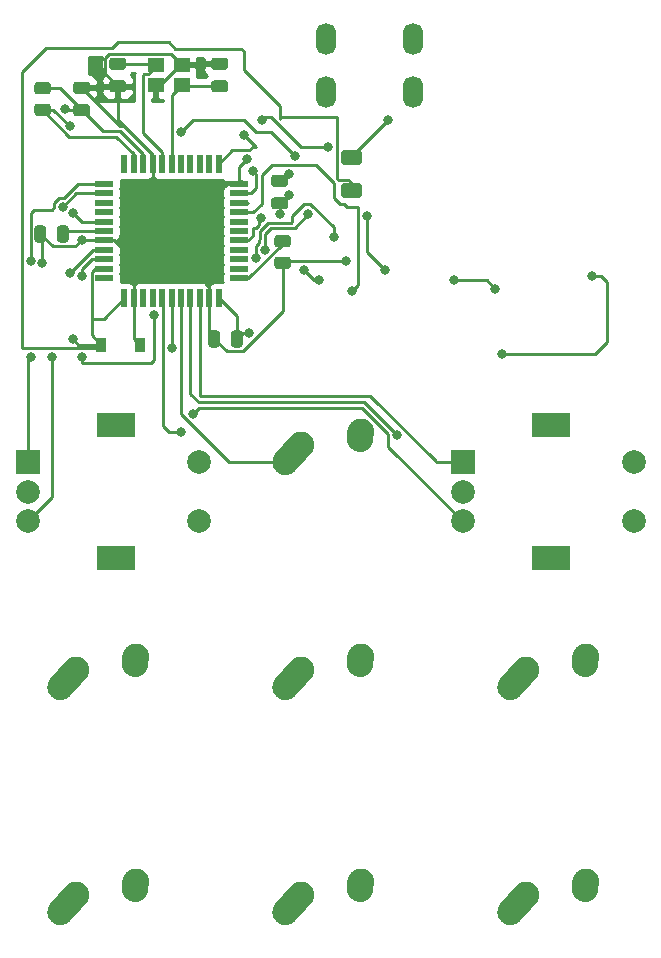
<source format=gbl>
%TF.GenerationSoftware,KiCad,Pcbnew,(5.1.9)-1*%
%TF.CreationDate,2021-04-28T07:42:15+10:00*%
%TF.ProjectId,Productivity Macro,50726f64-7563-4746-9976-697479204d61,rev?*%
%TF.SameCoordinates,Original*%
%TF.FileFunction,Copper,L2,Bot*%
%TF.FilePolarity,Positive*%
%FSLAX46Y46*%
G04 Gerber Fmt 4.6, Leading zero omitted, Abs format (unit mm)*
G04 Created by KiCad (PCBNEW (5.1.9)-1) date 2021-04-28 07:42:15*
%MOMM*%
%LPD*%
G01*
G04 APERTURE LIST*
%TA.AperFunction,ComponentPad*%
%ADD10O,1.700000X2.700000*%
%TD*%
%TA.AperFunction,SMDPad,CuDef*%
%ADD11R,1.400000X1.200000*%
%TD*%
%TA.AperFunction,SMDPad,CuDef*%
%ADD12R,0.550000X1.500000*%
%TD*%
%TA.AperFunction,SMDPad,CuDef*%
%ADD13R,1.500000X0.550000*%
%TD*%
%TA.AperFunction,ComponentPad*%
%ADD14R,2.000000X2.000000*%
%TD*%
%TA.AperFunction,ComponentPad*%
%ADD15C,2.000000*%
%TD*%
%TA.AperFunction,ComponentPad*%
%ADD16R,3.200000X2.000000*%
%TD*%
%TA.AperFunction,ComponentPad*%
%ADD17C,2.250000*%
%TD*%
%TA.AperFunction,SMDPad,CuDef*%
%ADD18R,0.900000X1.200000*%
%TD*%
%TA.AperFunction,ViaPad*%
%ADD19C,0.800000*%
%TD*%
%TA.AperFunction,Conductor*%
%ADD20C,0.250000*%
%TD*%
%TA.AperFunction,Conductor*%
%ADD21C,0.254000*%
%TD*%
%TA.AperFunction,Conductor*%
%ADD22C,0.100000*%
%TD*%
G04 APERTURE END LIST*
D10*
%TO.P,USB1,6*%
%TO.N,GND*%
X228440000Y-47498000D03*
X221140000Y-47498000D03*
X221140000Y-51998000D03*
X228440000Y-51998000D03*
%TD*%
D11*
%TO.P,Y1,4*%
%TO.N,GND*%
X208872000Y-49696000D03*
%TO.P,Y1,3*%
%TO.N,Net-(C2-Pad1)*%
X206672000Y-49696000D03*
%TO.P,Y1,2*%
%TO.N,GND*%
X206672000Y-51396000D03*
%TO.P,Y1,1*%
%TO.N,Net-(C1-Pad1)*%
X208872000Y-51396000D03*
%TD*%
D12*
%TO.P,U1,44*%
%TO.N,+5V*%
X204026000Y-69454000D03*
%TO.P,U1,43*%
%TO.N,GND*%
X204826000Y-69454000D03*
%TO.P,U1,42*%
%TO.N,Net-(U1-Pad42)*%
X205626000Y-69454000D03*
%TO.P,U1,41*%
%TO.N,Net-(U1-Pad41)*%
X206426000Y-69454000D03*
%TO.P,U1,40*%
%TO.N,PINB1*%
X207226000Y-69454000D03*
%TO.P,U1,39*%
%TO.N,COL0*%
X208026000Y-69454000D03*
%TO.P,U1,38*%
%TO.N,COL1*%
X208826000Y-69454000D03*
%TO.P,U1,37*%
%TO.N,COL2*%
X209626000Y-69454000D03*
%TO.P,U1,36*%
%TO.N,PINA1*%
X210426000Y-69454000D03*
%TO.P,U1,35*%
%TO.N,GND*%
X211226000Y-69454000D03*
%TO.P,U1,34*%
%TO.N,+5V*%
X212026000Y-69454000D03*
D13*
%TO.P,U1,33*%
%TO.N,Net-(R4-Pad2)*%
X213726000Y-67754000D03*
%TO.P,U1,32*%
%TO.N,Net-(U1-Pad32)*%
X213726000Y-66954000D03*
%TO.P,U1,31*%
%TO.N,Net-(U1-Pad31)*%
X213726000Y-66154000D03*
%TO.P,U1,30*%
%TO.N,Net-(U1-Pad30)*%
X213726000Y-65354000D03*
%TO.P,U1,29*%
%TO.N,ROW1*%
X213726000Y-64554000D03*
%TO.P,U1,28*%
%TO.N,Net-(U1-Pad28)*%
X213726000Y-63754000D03*
%TO.P,U1,27*%
%TO.N,Net-(U1-Pad27)*%
X213726000Y-62954000D03*
%TO.P,U1,26*%
%TO.N,ROW2*%
X213726000Y-62154000D03*
%TO.P,U1,25*%
%TO.N,Net-(U1-Pad25)*%
X213726000Y-61354000D03*
%TO.P,U1,24*%
%TO.N,+5V*%
X213726000Y-60554000D03*
%TO.P,U1,23*%
%TO.N,GND*%
X213726000Y-59754000D03*
D12*
%TO.P,U1,22*%
%TO.N,ROW0*%
X212026000Y-58054000D03*
%TO.P,U1,21*%
%TO.N,Net-(U1-Pad21)*%
X211226000Y-58054000D03*
%TO.P,U1,20*%
%TO.N,Net-(U1-Pad20)*%
X210426000Y-58054000D03*
%TO.P,U1,19*%
%TO.N,Net-(U1-Pad19)*%
X209626000Y-58054000D03*
%TO.P,U1,18*%
%TO.N,Net-(U1-Pad18)*%
X208826000Y-58054000D03*
%TO.P,U1,17*%
%TO.N,Net-(C1-Pad1)*%
X208026000Y-58054000D03*
%TO.P,U1,16*%
%TO.N,Net-(C2-Pad1)*%
X207226000Y-58054000D03*
%TO.P,U1,15*%
%TO.N,GND*%
X206426000Y-58054000D03*
%TO.P,U1,14*%
%TO.N,+5V*%
X205626000Y-58054000D03*
%TO.P,U1,13*%
%TO.N,Net-(R1-Pad2)*%
X204826000Y-58054000D03*
%TO.P,U1,12*%
%TO.N,Net-(U1-Pad12)*%
X204026000Y-58054000D03*
D13*
%TO.P,U1,11*%
%TO.N,PINA*%
X202326000Y-59754000D03*
%TO.P,U1,10*%
%TO.N,PINB*%
X202326000Y-60554000D03*
%TO.P,U1,9*%
%TO.N,Net-(U1-Pad9)*%
X202326000Y-61354000D03*
%TO.P,U1,8*%
%TO.N,Net-(U1-Pad8)*%
X202326000Y-62154000D03*
%TO.P,U1,7*%
%TO.N,+5V*%
X202326000Y-62954000D03*
%TO.P,U1,6*%
%TO.N,Net-(C3-Pad1)*%
X202326000Y-63754000D03*
%TO.P,U1,5*%
%TO.N,GND*%
X202326000Y-64554000D03*
%TO.P,U1,4*%
%TO.N,Net-(R2-Pad1)*%
X202326000Y-65354000D03*
%TO.P,U1,3*%
%TO.N,Net-(R3-Pad1)*%
X202326000Y-66154000D03*
%TO.P,U1,2*%
%TO.N,+5V*%
X202326000Y-66954000D03*
%TO.P,U1,1*%
%TO.N,Net-(U1-Pad1)*%
X202326000Y-67754000D03*
%TD*%
D14*
%TO.P,SW3,A*%
%TO.N,PINA1*%
X232664000Y-83312000D03*
D15*
%TO.P,SW3,C*%
%TO.N,GND*%
X232664000Y-85812000D03*
%TO.P,SW3,B*%
%TO.N,PINB1*%
X232664000Y-88312000D03*
D16*
%TO.P,SW3,MP*%
%TO.N,N/C*%
X240164000Y-80212000D03*
X240164000Y-91412000D03*
D15*
%TO.P,SW3,S2*%
%TO.N,Net-(D2-Pad2)*%
X247164000Y-83312000D03*
%TO.P,SW3,S1*%
%TO.N,COL2*%
X247164000Y-88312000D03*
%TD*%
D14*
%TO.P,SW2,A*%
%TO.N,PINA*%
X195834000Y-83312000D03*
D15*
%TO.P,SW2,C*%
%TO.N,GND*%
X195834000Y-85812000D03*
%TO.P,SW2,B*%
%TO.N,PINB*%
X195834000Y-88312000D03*
D16*
%TO.P,SW2,MP*%
%TO.N,N/C*%
X203334000Y-80212000D03*
X203334000Y-91412000D03*
D15*
%TO.P,SW2,S2*%
%TO.N,Net-(D1-Pad2)*%
X210334000Y-83312000D03*
%TO.P,SW2,S1*%
%TO.N,COL0*%
X210334000Y-88312000D03*
%TD*%
%TO.P,R4,2*%
%TO.N,Net-(R4-Pad2)*%
%TA.AperFunction,SMDPad,CuDef*%
G36*
G01*
X217874001Y-65132000D02*
X216973999Y-65132000D01*
G75*
G02*
X216724000Y-64882001I0J249999D01*
G01*
X216724000Y-64356999D01*
G75*
G02*
X216973999Y-64107000I249999J0D01*
G01*
X217874001Y-64107000D01*
G75*
G02*
X218124000Y-64356999I0J-249999D01*
G01*
X218124000Y-64882001D01*
G75*
G02*
X217874001Y-65132000I-249999J0D01*
G01*
G37*
%TD.AperFunction*%
%TO.P,R4,1*%
%TO.N,GND*%
%TA.AperFunction,SMDPad,CuDef*%
G36*
G01*
X217874001Y-66957000D02*
X216973999Y-66957000D01*
G75*
G02*
X216724000Y-66707001I0J249999D01*
G01*
X216724000Y-66181999D01*
G75*
G02*
X216973999Y-65932000I249999J0D01*
G01*
X217874001Y-65932000D01*
G75*
G02*
X218124000Y-66181999I0J-249999D01*
G01*
X218124000Y-66707001D01*
G75*
G02*
X217874001Y-66957000I-249999J0D01*
G01*
G37*
%TD.AperFunction*%
%TD*%
%TO.P,R1,2*%
%TO.N,Net-(R1-Pad2)*%
%TA.AperFunction,SMDPad,CuDef*%
G36*
G01*
X196653999Y-52978000D02*
X197554001Y-52978000D01*
G75*
G02*
X197804000Y-53227999I0J-249999D01*
G01*
X197804000Y-53753001D01*
G75*
G02*
X197554001Y-54003000I-249999J0D01*
G01*
X196653999Y-54003000D01*
G75*
G02*
X196404000Y-53753001I0J249999D01*
G01*
X196404000Y-53227999D01*
G75*
G02*
X196653999Y-52978000I249999J0D01*
G01*
G37*
%TD.AperFunction*%
%TO.P,R1,1*%
%TO.N,+5V*%
%TA.AperFunction,SMDPad,CuDef*%
G36*
G01*
X196653999Y-51153000D02*
X197554001Y-51153000D01*
G75*
G02*
X197804000Y-51402999I0J-249999D01*
G01*
X197804000Y-51928001D01*
G75*
G02*
X197554001Y-52178000I-249999J0D01*
G01*
X196653999Y-52178000D01*
G75*
G02*
X196404000Y-51928001I0J249999D01*
G01*
X196404000Y-51402999D01*
G75*
G02*
X196653999Y-51153000I249999J0D01*
G01*
G37*
%TD.AperFunction*%
%TD*%
D17*
%TO.P,MX7,1*%
%TO.N,COL2*%
X238038000Y-119952000D03*
%TA.AperFunction,ComponentPad*%
G36*
G01*
X235976688Y-122249350D02*
X235976683Y-122249345D01*
G75*
G02*
X235890655Y-120660683I751317J837345D01*
G01*
X237200657Y-119200683D01*
G75*
G02*
X238789319Y-119114655I837345J-751317D01*
G01*
X238789319Y-119114655D01*
G75*
G02*
X238875347Y-120703317I-751317J-837345D01*
G01*
X237565345Y-122163317D01*
G75*
G02*
X235976683Y-122249345I-837345J751317D01*
G01*
G37*
%TD.AperFunction*%
%TO.P,MX7,2*%
%TO.N,Net-(D9-Pad2)*%
X243078000Y-118872000D03*
%TA.AperFunction,ComponentPad*%
G36*
G01*
X242961483Y-120574395D02*
X242960597Y-120574334D01*
G75*
G02*
X241915666Y-119374597I77403J1122334D01*
G01*
X241955666Y-118794597D01*
G75*
G02*
X243155403Y-117749666I1122334J-77403D01*
G01*
X243155403Y-117749666D01*
G75*
G02*
X244200334Y-118949403I-77403J-1122334D01*
G01*
X244160334Y-119529403D01*
G75*
G02*
X242960597Y-120574334I-1122334J77403D01*
G01*
G37*
%TD.AperFunction*%
%TD*%
%TO.P,MX6,1*%
%TO.N,COL1*%
X218988000Y-119952000D03*
%TA.AperFunction,ComponentPad*%
G36*
G01*
X216926688Y-122249350D02*
X216926683Y-122249345D01*
G75*
G02*
X216840655Y-120660683I751317J837345D01*
G01*
X218150657Y-119200683D01*
G75*
G02*
X219739319Y-119114655I837345J-751317D01*
G01*
X219739319Y-119114655D01*
G75*
G02*
X219825347Y-120703317I-751317J-837345D01*
G01*
X218515345Y-122163317D01*
G75*
G02*
X216926683Y-122249345I-837345J751317D01*
G01*
G37*
%TD.AperFunction*%
%TO.P,MX6,2*%
%TO.N,Net-(D8-Pad2)*%
X224028000Y-118872000D03*
%TA.AperFunction,ComponentPad*%
G36*
G01*
X223911483Y-120574395D02*
X223910597Y-120574334D01*
G75*
G02*
X222865666Y-119374597I77403J1122334D01*
G01*
X222905666Y-118794597D01*
G75*
G02*
X224105403Y-117749666I1122334J-77403D01*
G01*
X224105403Y-117749666D01*
G75*
G02*
X225150334Y-118949403I-77403J-1122334D01*
G01*
X225110334Y-119529403D01*
G75*
G02*
X223910597Y-120574334I-1122334J77403D01*
G01*
G37*
%TD.AperFunction*%
%TD*%
%TO.P,MX5,1*%
%TO.N,COL0*%
X199938000Y-119952000D03*
%TA.AperFunction,ComponentPad*%
G36*
G01*
X197876688Y-122249350D02*
X197876683Y-122249345D01*
G75*
G02*
X197790655Y-120660683I751317J837345D01*
G01*
X199100657Y-119200683D01*
G75*
G02*
X200689319Y-119114655I837345J-751317D01*
G01*
X200689319Y-119114655D01*
G75*
G02*
X200775347Y-120703317I-751317J-837345D01*
G01*
X199465345Y-122163317D01*
G75*
G02*
X197876683Y-122249345I-837345J751317D01*
G01*
G37*
%TD.AperFunction*%
%TO.P,MX5,2*%
%TO.N,Net-(D7-Pad2)*%
X204978000Y-118872000D03*
%TA.AperFunction,ComponentPad*%
G36*
G01*
X204861483Y-120574395D02*
X204860597Y-120574334D01*
G75*
G02*
X203815666Y-119374597I77403J1122334D01*
G01*
X203855666Y-118794597D01*
G75*
G02*
X205055403Y-117749666I1122334J-77403D01*
G01*
X205055403Y-117749666D01*
G75*
G02*
X206100334Y-118949403I-77403J-1122334D01*
G01*
X206060334Y-119529403D01*
G75*
G02*
X204860597Y-120574334I-1122334J77403D01*
G01*
G37*
%TD.AperFunction*%
%TD*%
%TO.P,MX4,1*%
%TO.N,COL2*%
X238038000Y-100902000D03*
%TA.AperFunction,ComponentPad*%
G36*
G01*
X235976688Y-103199350D02*
X235976683Y-103199345D01*
G75*
G02*
X235890655Y-101610683I751317J837345D01*
G01*
X237200657Y-100150683D01*
G75*
G02*
X238789319Y-100064655I837345J-751317D01*
G01*
X238789319Y-100064655D01*
G75*
G02*
X238875347Y-101653317I-751317J-837345D01*
G01*
X237565345Y-103113317D01*
G75*
G02*
X235976683Y-103199345I-837345J751317D01*
G01*
G37*
%TD.AperFunction*%
%TO.P,MX4,2*%
%TO.N,Net-(D6-Pad2)*%
X243078000Y-99822000D03*
%TA.AperFunction,ComponentPad*%
G36*
G01*
X242961483Y-101524395D02*
X242960597Y-101524334D01*
G75*
G02*
X241915666Y-100324597I77403J1122334D01*
G01*
X241955666Y-99744597D01*
G75*
G02*
X243155403Y-98699666I1122334J-77403D01*
G01*
X243155403Y-98699666D01*
G75*
G02*
X244200334Y-99899403I-77403J-1122334D01*
G01*
X244160334Y-100479403D01*
G75*
G02*
X242960597Y-101524334I-1122334J77403D01*
G01*
G37*
%TD.AperFunction*%
%TD*%
%TO.P,MX3,1*%
%TO.N,COL1*%
X218988000Y-100902000D03*
%TA.AperFunction,ComponentPad*%
G36*
G01*
X216926688Y-103199350D02*
X216926683Y-103199345D01*
G75*
G02*
X216840655Y-101610683I751317J837345D01*
G01*
X218150657Y-100150683D01*
G75*
G02*
X219739319Y-100064655I837345J-751317D01*
G01*
X219739319Y-100064655D01*
G75*
G02*
X219825347Y-101653317I-751317J-837345D01*
G01*
X218515345Y-103113317D01*
G75*
G02*
X216926683Y-103199345I-837345J751317D01*
G01*
G37*
%TD.AperFunction*%
%TO.P,MX3,2*%
%TO.N,Net-(D5-Pad2)*%
X224028000Y-99822000D03*
%TA.AperFunction,ComponentPad*%
G36*
G01*
X223911483Y-101524395D02*
X223910597Y-101524334D01*
G75*
G02*
X222865666Y-100324597I77403J1122334D01*
G01*
X222905666Y-99744597D01*
G75*
G02*
X224105403Y-98699666I1122334J-77403D01*
G01*
X224105403Y-98699666D01*
G75*
G02*
X225150334Y-99899403I-77403J-1122334D01*
G01*
X225110334Y-100479403D01*
G75*
G02*
X223910597Y-101524334I-1122334J77403D01*
G01*
G37*
%TD.AperFunction*%
%TD*%
%TO.P,MX2,1*%
%TO.N,COL0*%
X199938000Y-100902000D03*
%TA.AperFunction,ComponentPad*%
G36*
G01*
X197876688Y-103199350D02*
X197876683Y-103199345D01*
G75*
G02*
X197790655Y-101610683I751317J837345D01*
G01*
X199100657Y-100150683D01*
G75*
G02*
X200689319Y-100064655I837345J-751317D01*
G01*
X200689319Y-100064655D01*
G75*
G02*
X200775347Y-101653317I-751317J-837345D01*
G01*
X199465345Y-103113317D01*
G75*
G02*
X197876683Y-103199345I-837345J751317D01*
G01*
G37*
%TD.AperFunction*%
%TO.P,MX2,2*%
%TO.N,Net-(D4-Pad2)*%
X204978000Y-99822000D03*
%TA.AperFunction,ComponentPad*%
G36*
G01*
X204861483Y-101524395D02*
X204860597Y-101524334D01*
G75*
G02*
X203815666Y-100324597I77403J1122334D01*
G01*
X203855666Y-99744597D01*
G75*
G02*
X205055403Y-98699666I1122334J-77403D01*
G01*
X205055403Y-98699666D01*
G75*
G02*
X206100334Y-99899403I-77403J-1122334D01*
G01*
X206060334Y-100479403D01*
G75*
G02*
X204860597Y-101524334I-1122334J77403D01*
G01*
G37*
%TD.AperFunction*%
%TD*%
%TO.P,MX1,1*%
%TO.N,COL1*%
X218988000Y-81852000D03*
%TA.AperFunction,ComponentPad*%
G36*
G01*
X216926688Y-84149350D02*
X216926683Y-84149345D01*
G75*
G02*
X216840655Y-82560683I751317J837345D01*
G01*
X218150657Y-81100683D01*
G75*
G02*
X219739319Y-81014655I837345J-751317D01*
G01*
X219739319Y-81014655D01*
G75*
G02*
X219825347Y-82603317I-751317J-837345D01*
G01*
X218515345Y-84063317D01*
G75*
G02*
X216926683Y-84149345I-837345J751317D01*
G01*
G37*
%TD.AperFunction*%
%TO.P,MX1,2*%
%TO.N,Net-(D3-Pad2)*%
X224028000Y-80772000D03*
%TA.AperFunction,ComponentPad*%
G36*
G01*
X223911483Y-82474395D02*
X223910597Y-82474334D01*
G75*
G02*
X222865666Y-81274597I77403J1122334D01*
G01*
X222905666Y-80694597D01*
G75*
G02*
X224105403Y-79649666I1122334J-77403D01*
G01*
X224105403Y-79649666D01*
G75*
G02*
X225150334Y-80849403I-77403J-1122334D01*
G01*
X225110334Y-81429403D01*
G75*
G02*
X223910597Y-82474334I-1122334J77403D01*
G01*
G37*
%TD.AperFunction*%
%TD*%
%TO.P,F1,2*%
%TO.N,VCC*%
%TA.AperFunction,SMDPad,CuDef*%
G36*
G01*
X223891000Y-58153000D02*
X222641000Y-58153000D01*
G75*
G02*
X222391000Y-57903000I0J250000D01*
G01*
X222391000Y-57153000D01*
G75*
G02*
X222641000Y-56903000I250000J0D01*
G01*
X223891000Y-56903000D01*
G75*
G02*
X224141000Y-57153000I0J-250000D01*
G01*
X224141000Y-57903000D01*
G75*
G02*
X223891000Y-58153000I-250000J0D01*
G01*
G37*
%TD.AperFunction*%
%TO.P,F1,1*%
%TO.N,+5V*%
%TA.AperFunction,SMDPad,CuDef*%
G36*
G01*
X223891000Y-60953000D02*
X222641000Y-60953000D01*
G75*
G02*
X222391000Y-60703000I0J250000D01*
G01*
X222391000Y-59953000D01*
G75*
G02*
X222641000Y-59703000I250000J0D01*
G01*
X223891000Y-59703000D01*
G75*
G02*
X224141000Y-59953000I0J-250000D01*
G01*
X224141000Y-60703000D01*
G75*
G02*
X223891000Y-60953000I-250000J0D01*
G01*
G37*
%TD.AperFunction*%
%TD*%
D18*
%TO.P,C7,2*%
%TO.N,GND*%
X205358000Y-73406000D03*
%TO.P,C7,1*%
%TO.N,+5V*%
X202058000Y-73406000D03*
%TD*%
%TO.P,C6,2*%
%TO.N,GND*%
%TA.AperFunction,SMDPad,CuDef*%
G36*
G01*
X212148000Y-72423000D02*
X212148000Y-73373000D01*
G75*
G02*
X211898000Y-73623000I-250000J0D01*
G01*
X211398000Y-73623000D01*
G75*
G02*
X211148000Y-73373000I0J250000D01*
G01*
X211148000Y-72423000D01*
G75*
G02*
X211398000Y-72173000I250000J0D01*
G01*
X211898000Y-72173000D01*
G75*
G02*
X212148000Y-72423000I0J-250000D01*
G01*
G37*
%TD.AperFunction*%
%TO.P,C6,1*%
%TO.N,+5V*%
%TA.AperFunction,SMDPad,CuDef*%
G36*
G01*
X214048000Y-72423000D02*
X214048000Y-73373000D01*
G75*
G02*
X213798000Y-73623000I-250000J0D01*
G01*
X213298000Y-73623000D01*
G75*
G02*
X213048000Y-73373000I0J250000D01*
G01*
X213048000Y-72423000D01*
G75*
G02*
X213298000Y-72173000I250000J0D01*
G01*
X213798000Y-72173000D01*
G75*
G02*
X214048000Y-72423000I0J-250000D01*
G01*
G37*
%TD.AperFunction*%
%TD*%
%TO.P,C5,2*%
%TO.N,GND*%
%TA.AperFunction,SMDPad,CuDef*%
G36*
G01*
X217645000Y-60002000D02*
X216695000Y-60002000D01*
G75*
G02*
X216445000Y-59752000I0J250000D01*
G01*
X216445000Y-59252000D01*
G75*
G02*
X216695000Y-59002000I250000J0D01*
G01*
X217645000Y-59002000D01*
G75*
G02*
X217895000Y-59252000I0J-250000D01*
G01*
X217895000Y-59752000D01*
G75*
G02*
X217645000Y-60002000I-250000J0D01*
G01*
G37*
%TD.AperFunction*%
%TO.P,C5,1*%
%TO.N,+5V*%
%TA.AperFunction,SMDPad,CuDef*%
G36*
G01*
X217645000Y-61902000D02*
X216695000Y-61902000D01*
G75*
G02*
X216445000Y-61652000I0J250000D01*
G01*
X216445000Y-61152000D01*
G75*
G02*
X216695000Y-60902000I250000J0D01*
G01*
X217645000Y-60902000D01*
G75*
G02*
X217895000Y-61152000I0J-250000D01*
G01*
X217895000Y-61652000D01*
G75*
G02*
X217645000Y-61902000I-250000J0D01*
G01*
G37*
%TD.AperFunction*%
%TD*%
%TO.P,C4,2*%
%TO.N,GND*%
%TA.AperFunction,SMDPad,CuDef*%
G36*
G01*
X200881000Y-52128000D02*
X199931000Y-52128000D01*
G75*
G02*
X199681000Y-51878000I0J250000D01*
G01*
X199681000Y-51378000D01*
G75*
G02*
X199931000Y-51128000I250000J0D01*
G01*
X200881000Y-51128000D01*
G75*
G02*
X201131000Y-51378000I0J-250000D01*
G01*
X201131000Y-51878000D01*
G75*
G02*
X200881000Y-52128000I-250000J0D01*
G01*
G37*
%TD.AperFunction*%
%TO.P,C4,1*%
%TO.N,+5V*%
%TA.AperFunction,SMDPad,CuDef*%
G36*
G01*
X200881000Y-54028000D02*
X199931000Y-54028000D01*
G75*
G02*
X199681000Y-53778000I0J250000D01*
G01*
X199681000Y-53278000D01*
G75*
G02*
X199931000Y-53028000I250000J0D01*
G01*
X200881000Y-53028000D01*
G75*
G02*
X201131000Y-53278000I0J-250000D01*
G01*
X201131000Y-53778000D01*
G75*
G02*
X200881000Y-54028000I-250000J0D01*
G01*
G37*
%TD.AperFunction*%
%TD*%
%TO.P,C3,2*%
%TO.N,GND*%
%TA.AperFunction,SMDPad,CuDef*%
G36*
G01*
X197416000Y-63533000D02*
X197416000Y-64483000D01*
G75*
G02*
X197166000Y-64733000I-250000J0D01*
G01*
X196666000Y-64733000D01*
G75*
G02*
X196416000Y-64483000I0J250000D01*
G01*
X196416000Y-63533000D01*
G75*
G02*
X196666000Y-63283000I250000J0D01*
G01*
X197166000Y-63283000D01*
G75*
G02*
X197416000Y-63533000I0J-250000D01*
G01*
G37*
%TD.AperFunction*%
%TO.P,C3,1*%
%TO.N,Net-(C3-Pad1)*%
%TA.AperFunction,SMDPad,CuDef*%
G36*
G01*
X199316000Y-63533000D02*
X199316000Y-64483000D01*
G75*
G02*
X199066000Y-64733000I-250000J0D01*
G01*
X198566000Y-64733000D01*
G75*
G02*
X198316000Y-64483000I0J250000D01*
G01*
X198316000Y-63533000D01*
G75*
G02*
X198566000Y-63283000I250000J0D01*
G01*
X199066000Y-63283000D01*
G75*
G02*
X199316000Y-63533000I0J-250000D01*
G01*
G37*
%TD.AperFunction*%
%TD*%
%TO.P,C2,2*%
%TO.N,GND*%
%TA.AperFunction,SMDPad,CuDef*%
G36*
G01*
X202979000Y-50996000D02*
X203929000Y-50996000D01*
G75*
G02*
X204179000Y-51246000I0J-250000D01*
G01*
X204179000Y-51746000D01*
G75*
G02*
X203929000Y-51996000I-250000J0D01*
G01*
X202979000Y-51996000D01*
G75*
G02*
X202729000Y-51746000I0J250000D01*
G01*
X202729000Y-51246000D01*
G75*
G02*
X202979000Y-50996000I250000J0D01*
G01*
G37*
%TD.AperFunction*%
%TO.P,C2,1*%
%TO.N,Net-(C2-Pad1)*%
%TA.AperFunction,SMDPad,CuDef*%
G36*
G01*
X202979000Y-49096000D02*
X203929000Y-49096000D01*
G75*
G02*
X204179000Y-49346000I0J-250000D01*
G01*
X204179000Y-49846000D01*
G75*
G02*
X203929000Y-50096000I-250000J0D01*
G01*
X202979000Y-50096000D01*
G75*
G02*
X202729000Y-49846000I0J250000D01*
G01*
X202729000Y-49346000D01*
G75*
G02*
X202979000Y-49096000I250000J0D01*
G01*
G37*
%TD.AperFunction*%
%TD*%
%TO.P,C1,2*%
%TO.N,GND*%
%TA.AperFunction,SMDPad,CuDef*%
G36*
G01*
X212565000Y-50096000D02*
X211615000Y-50096000D01*
G75*
G02*
X211365000Y-49846000I0J250000D01*
G01*
X211365000Y-49346000D01*
G75*
G02*
X211615000Y-49096000I250000J0D01*
G01*
X212565000Y-49096000D01*
G75*
G02*
X212815000Y-49346000I0J-250000D01*
G01*
X212815000Y-49846000D01*
G75*
G02*
X212565000Y-50096000I-250000J0D01*
G01*
G37*
%TD.AperFunction*%
%TO.P,C1,1*%
%TO.N,Net-(C1-Pad1)*%
%TA.AperFunction,SMDPad,CuDef*%
G36*
G01*
X212565000Y-51996000D02*
X211615000Y-51996000D01*
G75*
G02*
X211365000Y-51746000I0J250000D01*
G01*
X211365000Y-51246000D01*
G75*
G02*
X211615000Y-50996000I250000J0D01*
G01*
X212565000Y-50996000D01*
G75*
G02*
X212815000Y-51246000I0J-250000D01*
G01*
X212815000Y-51746000D01*
G75*
G02*
X212565000Y-51996000I-250000J0D01*
G01*
G37*
%TD.AperFunction*%
%TD*%
D19*
%TO.N,GND*%
X222758000Y-66294000D03*
X200406000Y-64479000D03*
X214413000Y-57658000D03*
X217969000Y-58891000D03*
X235966000Y-74168000D03*
X243586000Y-67564000D03*
X197072588Y-66468891D03*
%TO.N,+5V*%
X199013653Y-53462347D03*
X199681000Y-62230000D03*
X199681000Y-62230000D03*
X199657847Y-72921153D03*
X217169999Y-62324990D03*
X214599442Y-72359442D03*
X214921000Y-58682953D03*
X217969000Y-60706000D03*
%TO.N,ROW0*%
X231939000Y-67940142D03*
X235422782Y-68652389D03*
X226060000Y-67019000D03*
X224536000Y-62484000D03*
X221234000Y-56642000D03*
X215646000Y-54356000D03*
X214122000Y-55626000D03*
%TO.N,ROW1*%
X220501653Y-67925652D03*
X219202000Y-67019000D03*
X215562993Y-62683292D03*
%TO.N,ROW2*%
X223266000Y-68834000D03*
%TO.N,VCC*%
X226315000Y-54356000D03*
%TO.N,COL0*%
X208026000Y-73660000D03*
%TO.N,COL2*%
X227076000Y-81026000D03*
%TO.N,Net-(R1-Pad2)*%
X218440000Y-57404000D03*
X208788000Y-55372000D03*
X199390000Y-54864000D03*
%TO.N,Net-(R2-Pad1)*%
X221742000Y-64299990D03*
X215138000Y-66040000D03*
X206502000Y-70903000D03*
X200406000Y-74422000D03*
X199390000Y-67310000D03*
%TO.N,Net-(R3-Pad1)*%
X219587653Y-62352347D03*
X215943348Y-65321348D03*
X200406000Y-67564000D03*
%TO.N,PINA*%
X196088000Y-74422000D03*
X196088000Y-66294000D03*
%TO.N,PINB*%
X197884001Y-74385000D03*
X198837120Y-61693465D03*
%TO.N,PINB1*%
X209808653Y-79243347D03*
X208788000Y-80772000D03*
%TD*%
D20*
%TO.N,GND*%
X208972000Y-49596000D02*
X208872000Y-49696000D01*
X212090000Y-49596000D02*
X208972000Y-49596000D01*
X207946990Y-48770990D02*
X208872000Y-49696000D01*
X202403990Y-49107820D02*
X202740820Y-48770990D01*
X202740820Y-48770990D02*
X207946990Y-48770990D01*
X202403990Y-50445990D02*
X202403990Y-49107820D01*
X203454000Y-51496000D02*
X202403990Y-50445990D01*
X207072000Y-51396000D02*
X206672000Y-51396000D01*
X208772000Y-49696000D02*
X207072000Y-51396000D01*
X208872000Y-49696000D02*
X208772000Y-49696000D01*
X206426000Y-57328000D02*
X206426000Y-58054000D01*
X203454000Y-51496000D02*
X203454000Y-54356000D01*
X203642000Y-54864000D02*
X203962000Y-54864000D01*
X200406000Y-51628000D02*
X203642000Y-54864000D01*
X203962000Y-54864000D02*
X206426000Y-57328000D01*
X203454000Y-54356000D02*
X203962000Y-54864000D01*
X213978000Y-59502000D02*
X213726000Y-59754000D01*
X214036180Y-73948010D02*
X212698010Y-73948010D01*
X212698010Y-73948010D02*
X211648000Y-72898000D01*
X217424000Y-70560190D02*
X214036180Y-73948010D01*
X217424000Y-66444500D02*
X217424000Y-70560190D01*
X211226000Y-72476000D02*
X211226000Y-69454000D01*
X211648000Y-72898000D02*
X211226000Y-72476000D01*
X204826000Y-72874000D02*
X204826000Y-69454000D01*
X205358000Y-73406000D02*
X204826000Y-72874000D01*
X201384000Y-64554000D02*
X202326000Y-64554000D01*
X217574500Y-66294000D02*
X217424000Y-66444500D01*
X222758000Y-66294000D02*
X217574500Y-66294000D01*
X201309000Y-64479000D02*
X201384000Y-64554000D01*
X200406000Y-64479000D02*
X201309000Y-64479000D01*
X199826990Y-65058010D02*
X200406000Y-64479000D01*
X197966010Y-65058010D02*
X199826990Y-65058010D01*
X196916000Y-64008000D02*
X197966010Y-65058010D01*
X204826000Y-66243998D02*
X204826000Y-69454000D01*
X203136002Y-64554000D02*
X204826000Y-66243998D01*
X202326000Y-64554000D02*
X203136002Y-64554000D01*
X211226000Y-69454000D02*
X211226000Y-68454000D01*
X211226000Y-68454000D02*
X209015998Y-66243998D01*
X206426000Y-65355996D02*
X207314002Y-66243998D01*
X207314002Y-66243998D02*
X204826000Y-66243998D01*
X209015998Y-66243998D02*
X207314002Y-66243998D01*
X212726000Y-59754000D02*
X212536000Y-59944000D01*
X213726000Y-59754000D02*
X212726000Y-59754000D01*
X206604000Y-59944000D02*
X206426000Y-60122000D01*
X212536000Y-59944000D02*
X206604000Y-59944000D01*
X206426000Y-60122000D02*
X206426000Y-65355996D01*
X206426000Y-58054000D02*
X206426000Y-60122000D01*
X213726000Y-58345000D02*
X214413000Y-57658000D01*
X213726000Y-59754000D02*
X213726000Y-58345000D01*
X217781000Y-58891000D02*
X217170000Y-59502000D01*
X217969000Y-58891000D02*
X217781000Y-58891000D01*
X235966000Y-74168000D02*
X243840000Y-74168000D01*
X243840000Y-74168000D02*
X244856000Y-73152000D01*
X244856000Y-73152000D02*
X244856000Y-68072000D01*
X244348000Y-67564000D02*
X243586000Y-67564000D01*
X244856000Y-68072000D02*
X244348000Y-67564000D01*
X197072588Y-64164588D02*
X196916000Y-64008000D01*
X197072588Y-66468891D02*
X197072588Y-64164588D01*
%TO.N,Net-(C1-Pad1)*%
X208972000Y-51496000D02*
X208872000Y-51396000D01*
X212090000Y-51496000D02*
X208972000Y-51496000D01*
X208026000Y-52242000D02*
X208026000Y-58054000D01*
X208872000Y-51396000D02*
X208026000Y-52242000D01*
%TO.N,Net-(C2-Pad1)*%
X206572000Y-49596000D02*
X206672000Y-49696000D01*
X203454000Y-49596000D02*
X206572000Y-49596000D01*
X205646999Y-55474999D02*
X207226000Y-57054000D01*
X205646999Y-50535999D02*
X205646999Y-55474999D01*
X205711999Y-50470999D02*
X205646999Y-50535999D01*
X206069001Y-50470999D02*
X205711999Y-50470999D01*
X206672000Y-49868000D02*
X206069001Y-50470999D01*
X207226000Y-57054000D02*
X207226000Y-58054000D01*
X206672000Y-49696000D02*
X206672000Y-49868000D01*
%TO.N,Net-(C3-Pad1)*%
X199070000Y-63754000D02*
X202326000Y-63754000D01*
X198816000Y-64008000D02*
X199070000Y-63754000D01*
%TO.N,+5V*%
X198543500Y-51665500D02*
X200406000Y-53528000D01*
X197104000Y-51665500D02*
X198543500Y-51665500D01*
X205626000Y-57243998D02*
X205626000Y-58054000D01*
X203696012Y-55314010D02*
X205626000Y-57243998D01*
X202192010Y-55314010D02*
X203696012Y-55314010D01*
X200406000Y-53528000D02*
X202192010Y-55314010D01*
X213548000Y-70976000D02*
X212026000Y-69454000D01*
X213548000Y-72898000D02*
X213548000Y-70976000D01*
X201515998Y-66954000D02*
X202326000Y-66954000D01*
X201250999Y-67218999D02*
X201515998Y-66954000D01*
X202058000Y-73406000D02*
X201250999Y-72598999D01*
X202277001Y-71202999D02*
X204026000Y-69454000D01*
X201250999Y-71202999D02*
X202277001Y-71202999D01*
X201250999Y-72598999D02*
X201250999Y-71202999D01*
X201250999Y-71202999D02*
X201250999Y-67218999D01*
X199079306Y-53528000D02*
X199013653Y-53462347D01*
X200406000Y-53528000D02*
X199079306Y-53528000D01*
X200405000Y-62954000D02*
X202326000Y-62954000D01*
X199681000Y-62230000D02*
X200405000Y-62954000D01*
X200142694Y-73406000D02*
X202058000Y-73406000D01*
X199657847Y-72921153D02*
X200142694Y-73406000D01*
X217169999Y-61402001D02*
X217170000Y-61402000D01*
X217169999Y-62324990D02*
X217169999Y-61402001D01*
X214086558Y-72359442D02*
X213548000Y-72898000D01*
X214599442Y-72359442D02*
X214086558Y-72359442D01*
X195326000Y-73660000D02*
X201804000Y-73660000D01*
X203454000Y-47752000D02*
X202946000Y-48260000D01*
X207772000Y-47752000D02*
X203454000Y-47752000D01*
X223266000Y-60328000D02*
X223266000Y-59703000D01*
X213928980Y-48320980D02*
X208340980Y-48320980D01*
X195326000Y-50292000D02*
X195326000Y-73660000D01*
X223266000Y-59703000D02*
X222999000Y-59436000D01*
X201804000Y-73660000D02*
X202058000Y-73406000D01*
X197358000Y-48260000D02*
X195326000Y-50292000D01*
X202946000Y-48260000D02*
X197358000Y-48260000D01*
X217300000Y-54102000D02*
X217170000Y-54232000D01*
X208340980Y-48320980D02*
X207772000Y-47752000D01*
X222999000Y-59436000D02*
X222124410Y-59436000D01*
X222124410Y-59436000D02*
X221996000Y-59307590D01*
X221996000Y-54102000D02*
X217300000Y-54102000D01*
X217170000Y-54232000D02*
X217170000Y-53137810D01*
X217170000Y-53137810D02*
X214122000Y-50089810D01*
X214122000Y-50089810D02*
X214122000Y-48514000D01*
X221996000Y-59307590D02*
X221996000Y-54102000D01*
X214122000Y-48514000D02*
X213928980Y-48320980D01*
X214726000Y-60554000D02*
X214801001Y-60478999D01*
X213726000Y-60554000D02*
X214726000Y-60554000D01*
X215138001Y-60141999D02*
X215138001Y-58899954D01*
X215138001Y-58899954D02*
X214921000Y-58682953D01*
X214801001Y-60478999D02*
X215138001Y-60141999D01*
X217866000Y-60706000D02*
X217170000Y-61402000D01*
X217969000Y-60706000D02*
X217866000Y-60706000D01*
%TO.N,ROW0*%
X234710535Y-67940142D02*
X235422782Y-68652389D01*
X231939000Y-67940142D02*
X234710535Y-67940142D01*
X224536000Y-65495000D02*
X224536000Y-62484000D01*
X226060000Y-67019000D02*
X224536000Y-65495000D01*
X218943590Y-56642000D02*
X216403590Y-54102000D01*
X221234000Y-56642000D02*
X218943590Y-56642000D01*
X215900000Y-54102000D02*
X215646000Y-54356000D01*
X216403590Y-54102000D02*
X215900000Y-54102000D01*
X214122000Y-55626000D02*
X215138000Y-56642000D01*
X213147001Y-56932999D02*
X212026000Y-58054000D01*
X214593001Y-56932999D02*
X213147001Y-56932999D01*
X214884000Y-56642000D02*
X214593001Y-56932999D01*
X215138000Y-56642000D02*
X214884000Y-56642000D01*
%TO.N,ROW1*%
X220108652Y-67925652D02*
X219202000Y-67019000D01*
X220501653Y-67925652D02*
X220108652Y-67925652D01*
X215392000Y-62854285D02*
X215392000Y-63243180D01*
X215562993Y-62683292D02*
X215392000Y-62854285D01*
X215392000Y-63243180D02*
X215136590Y-63498590D01*
X214536002Y-64554000D02*
X213726000Y-64554000D01*
X215136590Y-63498590D02*
X214885410Y-63498590D01*
X214885410Y-64204592D02*
X214536002Y-64554000D01*
X214885410Y-63498590D02*
X214885410Y-64204592D01*
%TO.N,ROW2*%
X222846810Y-61722000D02*
X223774000Y-61722000D01*
X223774000Y-68326000D02*
X223266000Y-68834000D01*
X221742000Y-59690000D02*
X221742000Y-60960000D01*
X222592810Y-61468000D02*
X222846810Y-61722000D01*
X220218000Y-58166000D02*
X221742000Y-59690000D01*
X216511000Y-58166000D02*
X220218000Y-58166000D01*
X215646000Y-59031000D02*
X216511000Y-58166000D01*
X223774000Y-61722000D02*
X223774000Y-68326000D01*
X215646000Y-61468000D02*
X215646000Y-59031000D01*
X222250000Y-61468000D02*
X222592810Y-61468000D01*
X221742000Y-60960000D02*
X222250000Y-61468000D01*
X214960000Y-62154000D02*
X215646000Y-61468000D01*
X213726000Y-62154000D02*
X214960000Y-62154000D01*
%TO.N,VCC*%
X223266000Y-57405000D02*
X226315000Y-54356000D01*
X223266000Y-57528000D02*
X223266000Y-57405000D01*
%TO.N,COL1*%
X217678000Y-83312000D02*
X212852000Y-83312000D01*
X208826000Y-79286000D02*
X208826000Y-69454000D01*
X212852000Y-83312000D02*
X208826000Y-79286000D01*
%TO.N,COL0*%
X208026000Y-73660000D02*
X208026000Y-69454000D01*
%TO.N,COL2*%
X227076000Y-81026000D02*
X224282000Y-78232000D01*
X224282000Y-78232000D02*
X210312000Y-78232000D01*
X209626000Y-77546000D02*
X209626000Y-69454000D01*
X210312000Y-78232000D02*
X209626000Y-77546000D01*
%TO.N,Net-(R1-Pad2)*%
X204826000Y-57243998D02*
X204826000Y-58054000D01*
X203346022Y-55764020D02*
X204826000Y-57243998D01*
X199377520Y-55764020D02*
X203346022Y-55764020D01*
X197104000Y-53490500D02*
X199377520Y-55764020D01*
X218440000Y-57404000D02*
X216408000Y-55372000D01*
X198016500Y-53490500D02*
X197104000Y-53490500D01*
X199390000Y-54864000D02*
X198016500Y-53490500D01*
X208788000Y-55372000D02*
X209804000Y-54356000D01*
X209804000Y-54356000D02*
X214122000Y-54356000D01*
X215138000Y-55372000D02*
X216408000Y-55372000D01*
X214122000Y-54356000D02*
X215138000Y-55372000D01*
%TO.N,Net-(R2-Pad1)*%
X206502000Y-70903000D02*
X206502000Y-74676000D01*
X206502000Y-74676000D02*
X206248000Y-74930000D01*
X206248000Y-74930000D02*
X200406000Y-74930000D01*
X200406000Y-74930000D02*
X200406000Y-74422000D01*
X201346000Y-65354000D02*
X202326000Y-65354000D01*
X199390000Y-67310000D02*
X201346000Y-65354000D01*
X219776308Y-61468000D02*
X221742000Y-63433692D01*
X218186000Y-62992000D02*
X218186000Y-62484000D01*
X218128010Y-63049990D02*
X218186000Y-62992000D01*
X221742000Y-63433692D02*
X221742000Y-64299990D01*
X218186000Y-62484000D02*
X219202000Y-61468000D01*
X215493339Y-63778251D02*
X216221599Y-63049991D01*
X215493338Y-64414662D02*
X215493339Y-63778251D01*
X215392000Y-64516000D02*
X215493338Y-64414662D01*
X216221599Y-63049991D02*
X218128010Y-63049990D01*
X215392000Y-64799694D02*
X215392000Y-64516000D01*
X215138000Y-65053694D02*
X215392000Y-64799694D01*
X219202000Y-61468000D02*
X219776308Y-61468000D01*
X215138000Y-66040000D02*
X215138000Y-65053694D01*
%TO.N,Net-(R3-Pad1)*%
X219587653Y-62352347D02*
X218440000Y-63500000D01*
X218440000Y-63500000D02*
X216408000Y-63500000D01*
X216408000Y-63500000D02*
X216154000Y-63754000D01*
X215943348Y-63964652D02*
X215943348Y-65321348D01*
X216154000Y-63754000D02*
X215943348Y-63964652D01*
X201250315Y-66154000D02*
X202326000Y-66154000D01*
X200406000Y-66998315D02*
X201250315Y-66154000D01*
X200406000Y-67564000D02*
X200406000Y-66998315D01*
%TO.N,Net-(R4-Pad2)*%
X214536002Y-67754000D02*
X213726000Y-67754000D01*
X217424000Y-64866002D02*
X214536002Y-67754000D01*
X217424000Y-64619500D02*
X217424000Y-64866002D01*
%TO.N,Net-(U1-Pad25)*%
X213726000Y-61354000D02*
X214516000Y-61354000D01*
%TO.N,PINA*%
X195834000Y-74676000D02*
X196088000Y-74422000D01*
X195834000Y-83312000D02*
X195834000Y-74676000D01*
X196088000Y-66294000D02*
X196088000Y-62230000D01*
X196088000Y-62230000D02*
X196342000Y-61976000D01*
X197866000Y-61976000D02*
X198112119Y-61729881D01*
X196342000Y-61976000D02*
X197866000Y-61976000D01*
X198497583Y-60960000D02*
X198934175Y-60960000D01*
X198112119Y-61345464D02*
X198497583Y-60960000D01*
X198112119Y-61729881D02*
X198112119Y-61345464D01*
X200140175Y-59754000D02*
X202326000Y-59754000D01*
X198934175Y-60960000D02*
X200140175Y-59754000D01*
%TO.N,PINB*%
X197884001Y-86261999D02*
X197884001Y-74385000D01*
X195834000Y-88312000D02*
X197884001Y-86261999D01*
X199976585Y-60554000D02*
X202326000Y-60554000D01*
X198837120Y-61693465D02*
X199976585Y-60554000D01*
%TO.N,PINB1*%
X226350999Y-80948997D02*
X224142002Y-78740000D01*
X226350999Y-81998999D02*
X226350999Y-80948997D01*
X232664000Y-88312000D02*
X226350999Y-81998999D01*
X210312000Y-78740000D02*
X209808653Y-79243347D01*
X224142002Y-78740000D02*
X210312000Y-78740000D01*
X208788000Y-80772000D02*
X207772000Y-80772000D01*
X207300999Y-69528999D02*
X207226000Y-69454000D01*
X207300999Y-80300999D02*
X207300999Y-69528999D01*
X207772000Y-80772000D02*
X207300999Y-80300999D01*
%TO.N,PINA1*%
X210426000Y-77709590D02*
X210426000Y-69454000D01*
X210440410Y-77724000D02*
X210426000Y-77709590D01*
X224847002Y-77724000D02*
X210440410Y-77724000D01*
X230378000Y-83254998D02*
X224847002Y-77724000D01*
X230378000Y-83312000D02*
X230378000Y-83254998D01*
X232664000Y-83312000D02*
X230378000Y-83312000D01*
%TD*%
D21*
%TO.N,GND*%
X206499815Y-59255185D02*
X206596506Y-59334537D01*
X206619667Y-59346917D01*
X206711750Y-59439000D01*
X206825337Y-59429454D01*
X206826518Y-59429812D01*
X206951000Y-59442072D01*
X207501000Y-59442072D01*
X207625482Y-59429812D01*
X207626000Y-59429655D01*
X207626518Y-59429812D01*
X207751000Y-59442072D01*
X208301000Y-59442072D01*
X208425482Y-59429812D01*
X208426000Y-59429655D01*
X208426518Y-59429812D01*
X208551000Y-59442072D01*
X209101000Y-59442072D01*
X209225482Y-59429812D01*
X209226000Y-59429655D01*
X209226518Y-59429812D01*
X209351000Y-59442072D01*
X209901000Y-59442072D01*
X210025482Y-59429812D01*
X210026000Y-59429655D01*
X210026518Y-59429812D01*
X210151000Y-59442072D01*
X210701000Y-59442072D01*
X210825482Y-59429812D01*
X210826000Y-59429655D01*
X210826518Y-59429812D01*
X210951000Y-59442072D01*
X211501000Y-59442072D01*
X211625482Y-59429812D01*
X211626000Y-59429655D01*
X211626518Y-59429812D01*
X211751000Y-59442072D01*
X212301000Y-59442072D01*
X212343552Y-59437881D01*
X212341000Y-59468250D01*
X212499750Y-59627000D01*
X212979000Y-59627000D01*
X212979000Y-59640928D01*
X212976000Y-59640928D01*
X212851518Y-59653188D01*
X212731820Y-59689498D01*
X212621506Y-59748463D01*
X212524815Y-59827815D01*
X212445463Y-59924506D01*
X212433083Y-59947667D01*
X212341000Y-60039750D01*
X212350546Y-60153337D01*
X212350188Y-60154518D01*
X212337928Y-60279000D01*
X212337928Y-60829000D01*
X212350188Y-60953482D01*
X212350345Y-60954000D01*
X212350188Y-60954518D01*
X212337928Y-61079000D01*
X212337928Y-61629000D01*
X212350188Y-61753482D01*
X212350345Y-61754000D01*
X212350188Y-61754518D01*
X212337928Y-61879000D01*
X212337928Y-62429000D01*
X212350188Y-62553482D01*
X212350345Y-62554000D01*
X212350188Y-62554518D01*
X212337928Y-62679000D01*
X212337928Y-63229000D01*
X212350188Y-63353482D01*
X212350345Y-63354000D01*
X212350188Y-63354518D01*
X212337928Y-63479000D01*
X212337928Y-64029000D01*
X212350188Y-64153482D01*
X212350345Y-64154000D01*
X212350188Y-64154518D01*
X212337928Y-64279000D01*
X212337928Y-64829000D01*
X212350188Y-64953482D01*
X212350345Y-64954000D01*
X212350188Y-64954518D01*
X212337928Y-65079000D01*
X212337928Y-65629000D01*
X212350188Y-65753482D01*
X212350345Y-65754000D01*
X212350188Y-65754518D01*
X212337928Y-65879000D01*
X212337928Y-66429000D01*
X212350188Y-66553482D01*
X212350345Y-66554000D01*
X212350188Y-66554518D01*
X212337928Y-66679000D01*
X212337928Y-67229000D01*
X212350188Y-67353482D01*
X212350345Y-67354000D01*
X212350188Y-67354518D01*
X212337928Y-67479000D01*
X212337928Y-68029000D01*
X212341962Y-68069962D01*
X212301000Y-68065928D01*
X211751000Y-68065928D01*
X211626518Y-68078188D01*
X211625337Y-68078546D01*
X211511750Y-68069000D01*
X211419667Y-68161083D01*
X211396506Y-68173463D01*
X211299815Y-68252815D01*
X211226000Y-68342759D01*
X211152185Y-68252815D01*
X211055494Y-68173463D01*
X211032333Y-68161083D01*
X210940250Y-68069000D01*
X210826663Y-68078546D01*
X210825482Y-68078188D01*
X210701000Y-68065928D01*
X210151000Y-68065928D01*
X210026518Y-68078188D01*
X210026000Y-68078345D01*
X210025482Y-68078188D01*
X209901000Y-68065928D01*
X209351000Y-68065928D01*
X209226518Y-68078188D01*
X209226000Y-68078345D01*
X209225482Y-68078188D01*
X209101000Y-68065928D01*
X208551000Y-68065928D01*
X208426518Y-68078188D01*
X208426000Y-68078345D01*
X208425482Y-68078188D01*
X208301000Y-68065928D01*
X207751000Y-68065928D01*
X207626518Y-68078188D01*
X207626000Y-68078345D01*
X207625482Y-68078188D01*
X207501000Y-68065928D01*
X206951000Y-68065928D01*
X206826518Y-68078188D01*
X206826000Y-68078345D01*
X206825482Y-68078188D01*
X206701000Y-68065928D01*
X206151000Y-68065928D01*
X206026518Y-68078188D01*
X206026000Y-68078345D01*
X206025482Y-68078188D01*
X205901000Y-68065928D01*
X205351000Y-68065928D01*
X205226518Y-68078188D01*
X205225337Y-68078546D01*
X205111750Y-68069000D01*
X205019667Y-68161083D01*
X204996506Y-68173463D01*
X204899815Y-68252815D01*
X204826000Y-68342759D01*
X204752185Y-68252815D01*
X204655494Y-68173463D01*
X204632333Y-68161083D01*
X204540250Y-68069000D01*
X204426663Y-68078546D01*
X204425482Y-68078188D01*
X204301000Y-68065928D01*
X203751000Y-68065928D01*
X203710038Y-68069962D01*
X203714072Y-68029000D01*
X203714072Y-67479000D01*
X203701812Y-67354518D01*
X203701655Y-67354000D01*
X203701812Y-67353482D01*
X203714072Y-67229000D01*
X203714072Y-66679000D01*
X203701812Y-66554518D01*
X203701655Y-66554000D01*
X203701812Y-66553482D01*
X203714072Y-66429000D01*
X203714072Y-65879000D01*
X203701812Y-65754518D01*
X203701655Y-65754000D01*
X203701812Y-65753482D01*
X203714072Y-65629000D01*
X203714072Y-65079000D01*
X203701812Y-64954518D01*
X203701454Y-64953337D01*
X203711000Y-64839750D01*
X203618917Y-64747667D01*
X203606537Y-64724506D01*
X203527185Y-64627815D01*
X203437241Y-64554000D01*
X203527185Y-64480185D01*
X203606537Y-64383494D01*
X203618917Y-64360333D01*
X203711000Y-64268250D01*
X203701454Y-64154663D01*
X203701812Y-64153482D01*
X203714072Y-64029000D01*
X203714072Y-63479000D01*
X203701812Y-63354518D01*
X203701655Y-63354000D01*
X203701812Y-63353482D01*
X203714072Y-63229000D01*
X203714072Y-62679000D01*
X203701812Y-62554518D01*
X203701655Y-62554000D01*
X203701812Y-62553482D01*
X203714072Y-62429000D01*
X203714072Y-61879000D01*
X203701812Y-61754518D01*
X203701655Y-61754000D01*
X203701812Y-61753482D01*
X203714072Y-61629000D01*
X203714072Y-61079000D01*
X203701812Y-60954518D01*
X203701655Y-60954000D01*
X203701812Y-60953482D01*
X203714072Y-60829000D01*
X203714072Y-60279000D01*
X203701812Y-60154518D01*
X203701655Y-60154000D01*
X203701812Y-60153482D01*
X203714072Y-60029000D01*
X203714072Y-59479000D01*
X203710038Y-59438038D01*
X203751000Y-59442072D01*
X204301000Y-59442072D01*
X204425482Y-59429812D01*
X204426000Y-59429655D01*
X204426518Y-59429812D01*
X204551000Y-59442072D01*
X205101000Y-59442072D01*
X205225482Y-59429812D01*
X205226000Y-59429655D01*
X205226518Y-59429812D01*
X205351000Y-59442072D01*
X205901000Y-59442072D01*
X206025482Y-59429812D01*
X206026663Y-59429454D01*
X206140250Y-59439000D01*
X206232333Y-59346917D01*
X206255494Y-59334537D01*
X206352185Y-59255185D01*
X206426000Y-59165241D01*
X206499815Y-59255185D01*
%TA.AperFunction,Conductor*%
D22*
G36*
X206499815Y-59255185D02*
G01*
X206596506Y-59334537D01*
X206619667Y-59346917D01*
X206711750Y-59439000D01*
X206825337Y-59429454D01*
X206826518Y-59429812D01*
X206951000Y-59442072D01*
X207501000Y-59442072D01*
X207625482Y-59429812D01*
X207626000Y-59429655D01*
X207626518Y-59429812D01*
X207751000Y-59442072D01*
X208301000Y-59442072D01*
X208425482Y-59429812D01*
X208426000Y-59429655D01*
X208426518Y-59429812D01*
X208551000Y-59442072D01*
X209101000Y-59442072D01*
X209225482Y-59429812D01*
X209226000Y-59429655D01*
X209226518Y-59429812D01*
X209351000Y-59442072D01*
X209901000Y-59442072D01*
X210025482Y-59429812D01*
X210026000Y-59429655D01*
X210026518Y-59429812D01*
X210151000Y-59442072D01*
X210701000Y-59442072D01*
X210825482Y-59429812D01*
X210826000Y-59429655D01*
X210826518Y-59429812D01*
X210951000Y-59442072D01*
X211501000Y-59442072D01*
X211625482Y-59429812D01*
X211626000Y-59429655D01*
X211626518Y-59429812D01*
X211751000Y-59442072D01*
X212301000Y-59442072D01*
X212343552Y-59437881D01*
X212341000Y-59468250D01*
X212499750Y-59627000D01*
X212979000Y-59627000D01*
X212979000Y-59640928D01*
X212976000Y-59640928D01*
X212851518Y-59653188D01*
X212731820Y-59689498D01*
X212621506Y-59748463D01*
X212524815Y-59827815D01*
X212445463Y-59924506D01*
X212433083Y-59947667D01*
X212341000Y-60039750D01*
X212350546Y-60153337D01*
X212350188Y-60154518D01*
X212337928Y-60279000D01*
X212337928Y-60829000D01*
X212350188Y-60953482D01*
X212350345Y-60954000D01*
X212350188Y-60954518D01*
X212337928Y-61079000D01*
X212337928Y-61629000D01*
X212350188Y-61753482D01*
X212350345Y-61754000D01*
X212350188Y-61754518D01*
X212337928Y-61879000D01*
X212337928Y-62429000D01*
X212350188Y-62553482D01*
X212350345Y-62554000D01*
X212350188Y-62554518D01*
X212337928Y-62679000D01*
X212337928Y-63229000D01*
X212350188Y-63353482D01*
X212350345Y-63354000D01*
X212350188Y-63354518D01*
X212337928Y-63479000D01*
X212337928Y-64029000D01*
X212350188Y-64153482D01*
X212350345Y-64154000D01*
X212350188Y-64154518D01*
X212337928Y-64279000D01*
X212337928Y-64829000D01*
X212350188Y-64953482D01*
X212350345Y-64954000D01*
X212350188Y-64954518D01*
X212337928Y-65079000D01*
X212337928Y-65629000D01*
X212350188Y-65753482D01*
X212350345Y-65754000D01*
X212350188Y-65754518D01*
X212337928Y-65879000D01*
X212337928Y-66429000D01*
X212350188Y-66553482D01*
X212350345Y-66554000D01*
X212350188Y-66554518D01*
X212337928Y-66679000D01*
X212337928Y-67229000D01*
X212350188Y-67353482D01*
X212350345Y-67354000D01*
X212350188Y-67354518D01*
X212337928Y-67479000D01*
X212337928Y-68029000D01*
X212341962Y-68069962D01*
X212301000Y-68065928D01*
X211751000Y-68065928D01*
X211626518Y-68078188D01*
X211625337Y-68078546D01*
X211511750Y-68069000D01*
X211419667Y-68161083D01*
X211396506Y-68173463D01*
X211299815Y-68252815D01*
X211226000Y-68342759D01*
X211152185Y-68252815D01*
X211055494Y-68173463D01*
X211032333Y-68161083D01*
X210940250Y-68069000D01*
X210826663Y-68078546D01*
X210825482Y-68078188D01*
X210701000Y-68065928D01*
X210151000Y-68065928D01*
X210026518Y-68078188D01*
X210026000Y-68078345D01*
X210025482Y-68078188D01*
X209901000Y-68065928D01*
X209351000Y-68065928D01*
X209226518Y-68078188D01*
X209226000Y-68078345D01*
X209225482Y-68078188D01*
X209101000Y-68065928D01*
X208551000Y-68065928D01*
X208426518Y-68078188D01*
X208426000Y-68078345D01*
X208425482Y-68078188D01*
X208301000Y-68065928D01*
X207751000Y-68065928D01*
X207626518Y-68078188D01*
X207626000Y-68078345D01*
X207625482Y-68078188D01*
X207501000Y-68065928D01*
X206951000Y-68065928D01*
X206826518Y-68078188D01*
X206826000Y-68078345D01*
X206825482Y-68078188D01*
X206701000Y-68065928D01*
X206151000Y-68065928D01*
X206026518Y-68078188D01*
X206026000Y-68078345D01*
X206025482Y-68078188D01*
X205901000Y-68065928D01*
X205351000Y-68065928D01*
X205226518Y-68078188D01*
X205225337Y-68078546D01*
X205111750Y-68069000D01*
X205019667Y-68161083D01*
X204996506Y-68173463D01*
X204899815Y-68252815D01*
X204826000Y-68342759D01*
X204752185Y-68252815D01*
X204655494Y-68173463D01*
X204632333Y-68161083D01*
X204540250Y-68069000D01*
X204426663Y-68078546D01*
X204425482Y-68078188D01*
X204301000Y-68065928D01*
X203751000Y-68065928D01*
X203710038Y-68069962D01*
X203714072Y-68029000D01*
X203714072Y-67479000D01*
X203701812Y-67354518D01*
X203701655Y-67354000D01*
X203701812Y-67353482D01*
X203714072Y-67229000D01*
X203714072Y-66679000D01*
X203701812Y-66554518D01*
X203701655Y-66554000D01*
X203701812Y-66553482D01*
X203714072Y-66429000D01*
X203714072Y-65879000D01*
X203701812Y-65754518D01*
X203701655Y-65754000D01*
X203701812Y-65753482D01*
X203714072Y-65629000D01*
X203714072Y-65079000D01*
X203701812Y-64954518D01*
X203701454Y-64953337D01*
X203711000Y-64839750D01*
X203618917Y-64747667D01*
X203606537Y-64724506D01*
X203527185Y-64627815D01*
X203437241Y-64554000D01*
X203527185Y-64480185D01*
X203606537Y-64383494D01*
X203618917Y-64360333D01*
X203711000Y-64268250D01*
X203701454Y-64154663D01*
X203701812Y-64153482D01*
X203714072Y-64029000D01*
X203714072Y-63479000D01*
X203701812Y-63354518D01*
X203701655Y-63354000D01*
X203701812Y-63353482D01*
X203714072Y-63229000D01*
X203714072Y-62679000D01*
X203701812Y-62554518D01*
X203701655Y-62554000D01*
X203701812Y-62553482D01*
X203714072Y-62429000D01*
X203714072Y-61879000D01*
X203701812Y-61754518D01*
X203701655Y-61754000D01*
X203701812Y-61753482D01*
X203714072Y-61629000D01*
X203714072Y-61079000D01*
X203701812Y-60954518D01*
X203701655Y-60954000D01*
X203701812Y-60953482D01*
X203714072Y-60829000D01*
X203714072Y-60279000D01*
X203701812Y-60154518D01*
X203701655Y-60154000D01*
X203701812Y-60153482D01*
X203714072Y-60029000D01*
X203714072Y-59479000D01*
X203710038Y-59438038D01*
X203751000Y-59442072D01*
X204301000Y-59442072D01*
X204425482Y-59429812D01*
X204426000Y-59429655D01*
X204426518Y-59429812D01*
X204551000Y-59442072D01*
X205101000Y-59442072D01*
X205225482Y-59429812D01*
X205226000Y-59429655D01*
X205226518Y-59429812D01*
X205351000Y-59442072D01*
X205901000Y-59442072D01*
X206025482Y-59429812D01*
X206026663Y-59429454D01*
X206140250Y-59439000D01*
X206232333Y-59346917D01*
X206255494Y-59334537D01*
X206352185Y-59255185D01*
X206426000Y-59165241D01*
X206499815Y-59255185D01*
G37*
%TD.AperFunction*%
%TD*%
D21*
%TO.N,GND*%
X202107992Y-49172746D02*
X202090928Y-49346000D01*
X202090928Y-49846000D01*
X202107992Y-50019254D01*
X202158528Y-50185850D01*
X202240595Y-50339386D01*
X202351038Y-50473962D01*
X202357594Y-50479342D01*
X202277815Y-50544815D01*
X202198463Y-50641506D01*
X202139498Y-50751820D01*
X202103188Y-50871518D01*
X202090928Y-50996000D01*
X202094000Y-51210250D01*
X202252750Y-51369000D01*
X203327000Y-51369000D01*
X203327000Y-51349000D01*
X203581000Y-51349000D01*
X203581000Y-51369000D01*
X204655250Y-51369000D01*
X204814000Y-51210250D01*
X204817072Y-50996000D01*
X204804812Y-50871518D01*
X204768502Y-50751820D01*
X204709537Y-50641506D01*
X204630185Y-50544815D01*
X204550406Y-50479342D01*
X204556962Y-50473962D01*
X204653770Y-50356000D01*
X204907404Y-50356000D01*
X204897996Y-50387014D01*
X204886999Y-50498667D01*
X204886999Y-50498677D01*
X204883323Y-50535999D01*
X204886999Y-50573322D01*
X204886999Y-52705000D01*
X201554068Y-52705000D01*
X201508962Y-52650038D01*
X201502406Y-52644658D01*
X201582185Y-52579185D01*
X201661537Y-52482494D01*
X201720502Y-52372180D01*
X201756812Y-52252482D01*
X201769072Y-52128000D01*
X201767180Y-51996000D01*
X202090928Y-51996000D01*
X202103188Y-52120482D01*
X202139498Y-52240180D01*
X202198463Y-52350494D01*
X202277815Y-52447185D01*
X202374506Y-52526537D01*
X202484820Y-52585502D01*
X202604518Y-52621812D01*
X202729000Y-52634072D01*
X203168250Y-52631000D01*
X203327000Y-52472250D01*
X203327000Y-51623000D01*
X203581000Y-51623000D01*
X203581000Y-52472250D01*
X203739750Y-52631000D01*
X204179000Y-52634072D01*
X204303482Y-52621812D01*
X204423180Y-52585502D01*
X204533494Y-52526537D01*
X204630185Y-52447185D01*
X204709537Y-52350494D01*
X204768502Y-52240180D01*
X204804812Y-52120482D01*
X204817072Y-51996000D01*
X204814000Y-51781750D01*
X204655250Y-51623000D01*
X203581000Y-51623000D01*
X203327000Y-51623000D01*
X202252750Y-51623000D01*
X202094000Y-51781750D01*
X202090928Y-51996000D01*
X201767180Y-51996000D01*
X201766000Y-51913750D01*
X201607250Y-51755000D01*
X201041000Y-51755000D01*
X201041000Y-51501000D01*
X201607250Y-51501000D01*
X201766000Y-51342250D01*
X201769072Y-51128000D01*
X201756812Y-51003518D01*
X201720502Y-50883820D01*
X201661537Y-50773506D01*
X201582185Y-50676815D01*
X201485494Y-50597463D01*
X201375180Y-50538498D01*
X201255482Y-50502188D01*
X201131000Y-50489928D01*
X201041000Y-50490557D01*
X201041000Y-49020000D01*
X202154327Y-49020000D01*
X202107992Y-49172746D01*
%TA.AperFunction,Conductor*%
D22*
G36*
X202107992Y-49172746D02*
G01*
X202090928Y-49346000D01*
X202090928Y-49846000D01*
X202107992Y-50019254D01*
X202158528Y-50185850D01*
X202240595Y-50339386D01*
X202351038Y-50473962D01*
X202357594Y-50479342D01*
X202277815Y-50544815D01*
X202198463Y-50641506D01*
X202139498Y-50751820D01*
X202103188Y-50871518D01*
X202090928Y-50996000D01*
X202094000Y-51210250D01*
X202252750Y-51369000D01*
X203327000Y-51369000D01*
X203327000Y-51349000D01*
X203581000Y-51349000D01*
X203581000Y-51369000D01*
X204655250Y-51369000D01*
X204814000Y-51210250D01*
X204817072Y-50996000D01*
X204804812Y-50871518D01*
X204768502Y-50751820D01*
X204709537Y-50641506D01*
X204630185Y-50544815D01*
X204550406Y-50479342D01*
X204556962Y-50473962D01*
X204653770Y-50356000D01*
X204907404Y-50356000D01*
X204897996Y-50387014D01*
X204886999Y-50498667D01*
X204886999Y-50498677D01*
X204883323Y-50535999D01*
X204886999Y-50573322D01*
X204886999Y-52705000D01*
X201554068Y-52705000D01*
X201508962Y-52650038D01*
X201502406Y-52644658D01*
X201582185Y-52579185D01*
X201661537Y-52482494D01*
X201720502Y-52372180D01*
X201756812Y-52252482D01*
X201769072Y-52128000D01*
X201767180Y-51996000D01*
X202090928Y-51996000D01*
X202103188Y-52120482D01*
X202139498Y-52240180D01*
X202198463Y-52350494D01*
X202277815Y-52447185D01*
X202374506Y-52526537D01*
X202484820Y-52585502D01*
X202604518Y-52621812D01*
X202729000Y-52634072D01*
X203168250Y-52631000D01*
X203327000Y-52472250D01*
X203327000Y-51623000D01*
X203581000Y-51623000D01*
X203581000Y-52472250D01*
X203739750Y-52631000D01*
X204179000Y-52634072D01*
X204303482Y-52621812D01*
X204423180Y-52585502D01*
X204533494Y-52526537D01*
X204630185Y-52447185D01*
X204709537Y-52350494D01*
X204768502Y-52240180D01*
X204804812Y-52120482D01*
X204817072Y-51996000D01*
X204814000Y-51781750D01*
X204655250Y-51623000D01*
X203581000Y-51623000D01*
X203327000Y-51623000D01*
X202252750Y-51623000D01*
X202094000Y-51781750D01*
X202090928Y-51996000D01*
X201767180Y-51996000D01*
X201766000Y-51913750D01*
X201607250Y-51755000D01*
X201041000Y-51755000D01*
X201041000Y-51501000D01*
X201607250Y-51501000D01*
X201766000Y-51342250D01*
X201769072Y-51128000D01*
X201756812Y-51003518D01*
X201720502Y-50883820D01*
X201661537Y-50773506D01*
X201582185Y-50676815D01*
X201485494Y-50597463D01*
X201375180Y-50538498D01*
X201255482Y-50502188D01*
X201131000Y-50489928D01*
X201041000Y-50490557D01*
X201041000Y-49020000D01*
X202154327Y-49020000D01*
X202107992Y-49172746D01*
G37*
%TD.AperFunction*%
D21*
X206799000Y-51269000D02*
X206819000Y-51269000D01*
X206819000Y-51523000D01*
X206799000Y-51523000D01*
X206799000Y-52472250D01*
X206957750Y-52631000D01*
X207266000Y-52633286D01*
X207266000Y-52705000D01*
X206406999Y-52705000D01*
X206406999Y-52610251D01*
X206545000Y-52472250D01*
X206545000Y-51523000D01*
X206525000Y-51523000D01*
X206525000Y-51269000D01*
X206545000Y-51269000D01*
X206545000Y-51249000D01*
X206799000Y-51249000D01*
X206799000Y-51269000D01*
%TA.AperFunction,Conductor*%
D22*
G36*
X206799000Y-51269000D02*
G01*
X206819000Y-51269000D01*
X206819000Y-51523000D01*
X206799000Y-51523000D01*
X206799000Y-52472250D01*
X206957750Y-52631000D01*
X207266000Y-52633286D01*
X207266000Y-52705000D01*
X206406999Y-52705000D01*
X206406999Y-52610251D01*
X206545000Y-52472250D01*
X206545000Y-51523000D01*
X206525000Y-51523000D01*
X206525000Y-51269000D01*
X206545000Y-51269000D01*
X206545000Y-51249000D01*
X206799000Y-51249000D01*
X206799000Y-51269000D01*
G37*
%TD.AperFunction*%
D21*
X210726928Y-49096000D02*
X210730000Y-49310250D01*
X210888750Y-49469000D01*
X211963000Y-49469000D01*
X211963000Y-49449000D01*
X212217000Y-49449000D01*
X212217000Y-49469000D01*
X212237000Y-49469000D01*
X212237000Y-49723000D01*
X212217000Y-49723000D01*
X212217000Y-49743000D01*
X211963000Y-49743000D01*
X211963000Y-49723000D01*
X210888750Y-49723000D01*
X210730000Y-49881750D01*
X210726928Y-50096000D01*
X210739188Y-50220482D01*
X210775498Y-50340180D01*
X210834463Y-50450494D01*
X210913815Y-50547185D01*
X210993594Y-50612658D01*
X210987038Y-50618038D01*
X210890230Y-50736000D01*
X210204163Y-50736000D01*
X210197812Y-50671518D01*
X210161502Y-50551820D01*
X210158391Y-50546000D01*
X210161502Y-50540180D01*
X210197812Y-50420482D01*
X210210072Y-50296000D01*
X210207000Y-49981750D01*
X210048250Y-49823000D01*
X208999000Y-49823000D01*
X208999000Y-49843000D01*
X208745000Y-49843000D01*
X208745000Y-49823000D01*
X208725000Y-49823000D01*
X208725000Y-49569000D01*
X208745000Y-49569000D01*
X208745000Y-49549000D01*
X208999000Y-49549000D01*
X208999000Y-49569000D01*
X210048250Y-49569000D01*
X210207000Y-49410250D01*
X210210072Y-49096000D01*
X210208593Y-49080980D01*
X210728407Y-49080980D01*
X210726928Y-49096000D01*
%TA.AperFunction,Conductor*%
D22*
G36*
X210726928Y-49096000D02*
G01*
X210730000Y-49310250D01*
X210888750Y-49469000D01*
X211963000Y-49469000D01*
X211963000Y-49449000D01*
X212217000Y-49449000D01*
X212217000Y-49469000D01*
X212237000Y-49469000D01*
X212237000Y-49723000D01*
X212217000Y-49723000D01*
X212217000Y-49743000D01*
X211963000Y-49743000D01*
X211963000Y-49723000D01*
X210888750Y-49723000D01*
X210730000Y-49881750D01*
X210726928Y-50096000D01*
X210739188Y-50220482D01*
X210775498Y-50340180D01*
X210834463Y-50450494D01*
X210913815Y-50547185D01*
X210993594Y-50612658D01*
X210987038Y-50618038D01*
X210890230Y-50736000D01*
X210204163Y-50736000D01*
X210197812Y-50671518D01*
X210161502Y-50551820D01*
X210158391Y-50546000D01*
X210161502Y-50540180D01*
X210197812Y-50420482D01*
X210210072Y-50296000D01*
X210207000Y-49981750D01*
X210048250Y-49823000D01*
X208999000Y-49823000D01*
X208999000Y-49843000D01*
X208745000Y-49843000D01*
X208745000Y-49823000D01*
X208725000Y-49823000D01*
X208725000Y-49569000D01*
X208745000Y-49569000D01*
X208745000Y-49549000D01*
X208999000Y-49549000D01*
X208999000Y-49569000D01*
X210048250Y-49569000D01*
X210207000Y-49410250D01*
X210210072Y-49096000D01*
X210208593Y-49080980D01*
X210728407Y-49080980D01*
X210726928Y-49096000D01*
G37*
%TD.AperFunction*%
%TD*%
M02*

</source>
